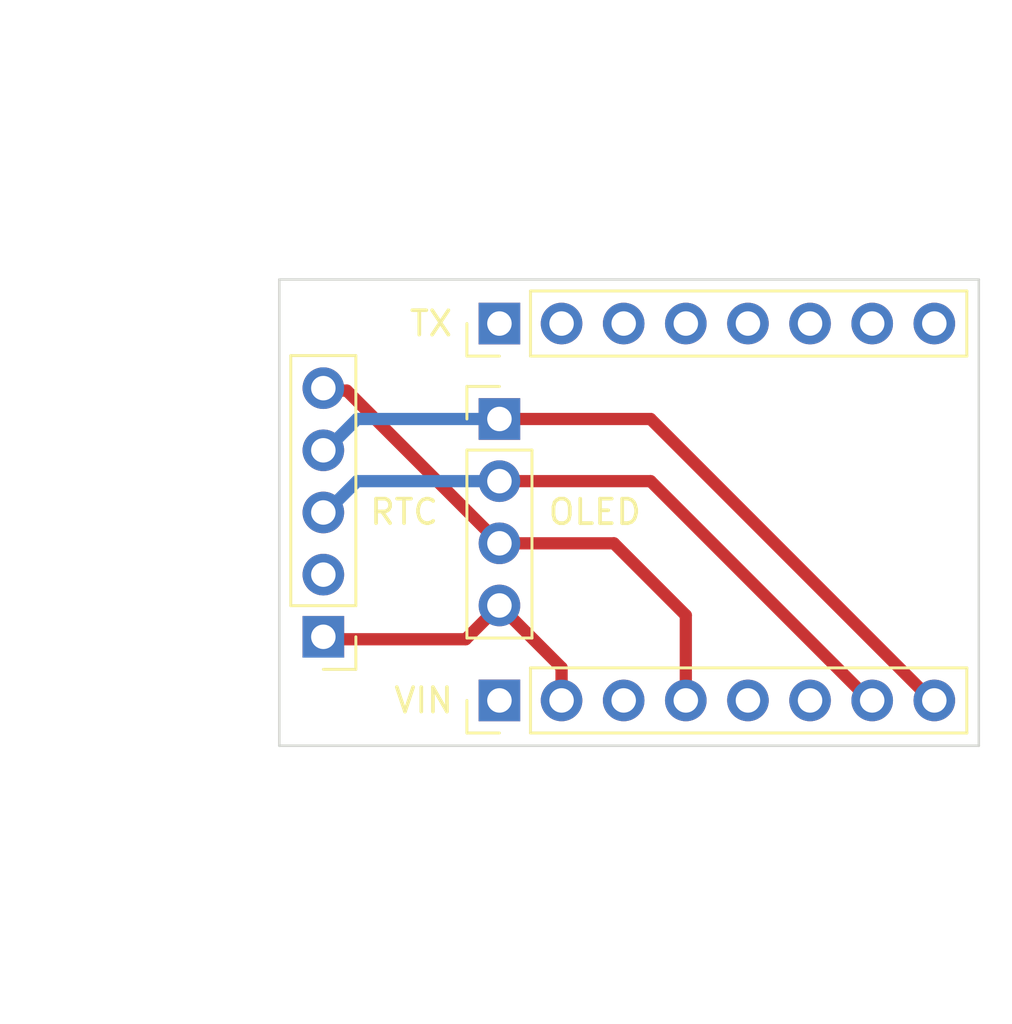
<source format=kicad_pcb>
(kicad_pcb (version 20171130) (host pcbnew "(5.1.7-0-10_14)")

  (general
    (thickness 1.6)
    (drawings 4)
    (tracks 17)
    (zones 0)
    (modules 4)
    (nets 1)
  )

  (page A4)
  (layers
    (0 F.Cu signal)
    (31 B.Cu signal)
    (32 B.Adhes user)
    (33 F.Adhes user)
    (34 B.Paste user)
    (35 F.Paste user)
    (36 B.SilkS user)
    (37 F.SilkS user)
    (38 B.Mask user)
    (39 F.Mask user)
    (40 Dwgs.User user)
    (41 Cmts.User user)
    (42 Eco1.User user)
    (43 Eco2.User user)
    (44 Edge.Cuts user)
    (45 Margin user)
    (46 B.CrtYd user)
    (47 F.CrtYd user)
    (48 B.Fab user)
    (49 F.Fab user)
  )

  (setup
    (last_trace_width 0.25)
    (user_trace_width 0.5)
    (trace_clearance 0.2)
    (zone_clearance 0.508)
    (zone_45_only no)
    (trace_min 0.2)
    (via_size 0.8)
    (via_drill 0.4)
    (via_min_size 0.4)
    (via_min_drill 0.3)
    (uvia_size 0.3)
    (uvia_drill 0.1)
    (uvias_allowed no)
    (uvia_min_size 0.2)
    (uvia_min_drill 0.1)
    (edge_width 0.05)
    (segment_width 0.2)
    (pcb_text_width 0.3)
    (pcb_text_size 1.5 1.5)
    (mod_edge_width 0.12)
    (mod_text_size 1 1)
    (mod_text_width 0.15)
    (pad_size 1.524 1.524)
    (pad_drill 0.762)
    (pad_to_mask_clearance 0)
    (aux_axis_origin 0 0)
    (visible_elements FFFFFF7F)
    (pcbplotparams
      (layerselection 0x010fc_ffffffff)
      (usegerberextensions true)
      (usegerberattributes true)
      (usegerberadvancedattributes true)
      (creategerberjobfile false)
      (excludeedgelayer true)
      (linewidth 0.100000)
      (plotframeref false)
      (viasonmask false)
      (mode 1)
      (useauxorigin false)
      (hpglpennumber 1)
      (hpglpenspeed 20)
      (hpglpendiameter 15.000000)
      (psnegative false)
      (psa4output false)
      (plotreference true)
      (plotvalue true)
      (plotinvisibletext false)
      (padsonsilk false)
      (subtractmaskfromsilk false)
      (outputformat 1)
      (mirror false)
      (drillshape 0)
      (scaleselection 1)
      (outputdirectory "gerbers/"))
  )

  (net 0 "")

  (net_class Default "This is the default net class."
    (clearance 0.2)
    (trace_width 0.25)
    (via_dia 0.8)
    (via_drill 0.4)
    (uvia_dia 0.3)
    (uvia_drill 0.1)
  )

  (module Connector_PinHeader_2.54mm:PinHeader_1x05_P2.54mm_Vertical (layer F.Cu) (tedit 59FED5CC) (tstamp 623E13AB)
    (at 92.8 76.6 180)
    (descr "Through hole straight pin header, 1x05, 2.54mm pitch, single row")
    (tags "Through hole pin header THT 1x05 2.54mm single row")
    (fp_text reference RTC (at -3.3 5.1) (layer F.SilkS)
      (effects (font (size 1 1) (thickness 0.15)))
    )
    (fp_text value PinHeader_1x05_P2.54mm_Vertical (at 0 12.49) (layer F.Fab)
      (effects (font (size 1 1) (thickness 0.15)))
    )
    (fp_line (start 1.8 -1.8) (end -1.8 -1.8) (layer F.CrtYd) (width 0.05))
    (fp_line (start 1.8 11.95) (end 1.8 -1.8) (layer F.CrtYd) (width 0.05))
    (fp_line (start -1.8 11.95) (end 1.8 11.95) (layer F.CrtYd) (width 0.05))
    (fp_line (start -1.8 -1.8) (end -1.8 11.95) (layer F.CrtYd) (width 0.05))
    (fp_line (start -1.33 -1.33) (end 0 -1.33) (layer F.SilkS) (width 0.12))
    (fp_line (start -1.33 0) (end -1.33 -1.33) (layer F.SilkS) (width 0.12))
    (fp_line (start -1.33 1.27) (end 1.33 1.27) (layer F.SilkS) (width 0.12))
    (fp_line (start 1.33 1.27) (end 1.33 11.49) (layer F.SilkS) (width 0.12))
    (fp_line (start -1.33 1.27) (end -1.33 11.49) (layer F.SilkS) (width 0.12))
    (fp_line (start -1.33 11.49) (end 1.33 11.49) (layer F.SilkS) (width 0.12))
    (fp_line (start -1.27 -0.635) (end -0.635 -1.27) (layer F.Fab) (width 0.1))
    (fp_line (start -1.27 11.43) (end -1.27 -0.635) (layer F.Fab) (width 0.1))
    (fp_line (start 1.27 11.43) (end -1.27 11.43) (layer F.Fab) (width 0.1))
    (fp_line (start 1.27 -1.27) (end 1.27 11.43) (layer F.Fab) (width 0.1))
    (fp_line (start -0.635 -1.27) (end 1.27 -1.27) (layer F.Fab) (width 0.1))
    (fp_text user %R (at 0 5.08 90) (layer F.Fab)
      (effects (font (size 1 1) (thickness 0.15)))
    )
    (pad 5 thru_hole oval (at 0 10.16 180) (size 1.7 1.7) (drill 1) (layers *.Cu *.Mask))
    (pad 4 thru_hole oval (at 0 7.62 180) (size 1.7 1.7) (drill 1) (layers *.Cu *.Mask))
    (pad 3 thru_hole oval (at 0 5.08 180) (size 1.7 1.7) (drill 1) (layers *.Cu *.Mask))
    (pad 2 thru_hole oval (at 0 2.54 180) (size 1.7 1.7) (drill 1) (layers *.Cu *.Mask))
    (pad 1 thru_hole rect (at 0 0 180) (size 1.7 1.7) (drill 1) (layers *.Cu *.Mask))
    (model ${KISYS3DMOD}/Connector_PinHeader_2.54mm.3dshapes/PinHeader_1x05_P2.54mm_Vertical.wrl
      (at (xyz 0 0 0))
      (scale (xyz 1 1 1))
      (rotate (xyz 0 0 0))
    )
  )

  (module Connector_PinHeader_2.54mm:PinHeader_1x08_P2.54mm_Vertical (layer F.Cu) (tedit 59FED5CC) (tstamp 623E1157)
    (at 100 79.2 90)
    (descr "Through hole straight pin header, 1x08, 2.54mm pitch, single row")
    (tags "Through hole pin header THT 1x08 2.54mm single row")
    (fp_text reference VIN (at 0 -3.1 180) (layer F.SilkS)
      (effects (font (size 1 1) (thickness 0.15)))
    )
    (fp_text value PinHeader_1x08_P2.54mm_Vertical (at 0 20.11 90) (layer F.Fab)
      (effects (font (size 1 1) (thickness 0.15)))
    )
    (fp_line (start 1.8 -1.8) (end -1.8 -1.8) (layer F.CrtYd) (width 0.05))
    (fp_line (start 1.8 19.55) (end 1.8 -1.8) (layer F.CrtYd) (width 0.05))
    (fp_line (start -1.8 19.55) (end 1.8 19.55) (layer F.CrtYd) (width 0.05))
    (fp_line (start -1.8 -1.8) (end -1.8 19.55) (layer F.CrtYd) (width 0.05))
    (fp_line (start -1.33 -1.33) (end 0 -1.33) (layer F.SilkS) (width 0.12))
    (fp_line (start -1.33 0) (end -1.33 -1.33) (layer F.SilkS) (width 0.12))
    (fp_line (start -1.33 1.27) (end 1.33 1.27) (layer F.SilkS) (width 0.12))
    (fp_line (start 1.33 1.27) (end 1.33 19.11) (layer F.SilkS) (width 0.12))
    (fp_line (start -1.33 1.27) (end -1.33 19.11) (layer F.SilkS) (width 0.12))
    (fp_line (start -1.33 19.11) (end 1.33 19.11) (layer F.SilkS) (width 0.12))
    (fp_line (start -1.27 -0.635) (end -0.635 -1.27) (layer F.Fab) (width 0.1))
    (fp_line (start -1.27 19.05) (end -1.27 -0.635) (layer F.Fab) (width 0.1))
    (fp_line (start 1.27 19.05) (end -1.27 19.05) (layer F.Fab) (width 0.1))
    (fp_line (start 1.27 -1.27) (end 1.27 19.05) (layer F.Fab) (width 0.1))
    (fp_line (start -0.635 -1.27) (end 1.27 -1.27) (layer F.Fab) (width 0.1))
    (fp_text user %R (at 0 8.89) (layer F.Fab)
      (effects (font (size 1 1) (thickness 0.15)))
    )
    (pad 8 thru_hole oval (at 0 17.78 90) (size 1.7 1.7) (drill 1) (layers *.Cu *.Mask))
    (pad 7 thru_hole oval (at 0 15.24 90) (size 1.7 1.7) (drill 1) (layers *.Cu *.Mask))
    (pad 6 thru_hole oval (at 0 12.7 90) (size 1.7 1.7) (drill 1) (layers *.Cu *.Mask))
    (pad 5 thru_hole oval (at 0 10.16 90) (size 1.7 1.7) (drill 1) (layers *.Cu *.Mask))
    (pad 4 thru_hole oval (at 0 7.62 90) (size 1.7 1.7) (drill 1) (layers *.Cu *.Mask))
    (pad 3 thru_hole oval (at 0 5.08 90) (size 1.7 1.7) (drill 1) (layers *.Cu *.Mask))
    (pad 2 thru_hole oval (at 0 2.54 90) (size 1.7 1.7) (drill 1) (layers *.Cu *.Mask))
    (pad 1 thru_hole rect (at 0 0 90) (size 1.7 1.7) (drill 1) (layers *.Cu *.Mask))
    (model ${KISYS3DMOD}/Connector_PinHeader_2.54mm.3dshapes/PinHeader_1x08_P2.54mm_Vertical.wrl
      (at (xyz 0 0 0))
      (scale (xyz 1 1 1))
      (rotate (xyz 0 0 0))
    )
  )

  (module Connector_PinHeader_2.54mm:PinHeader_1x08_P2.54mm_Vertical (layer F.Cu) (tedit 59FED5CC) (tstamp 61E7ADD5)
    (at 100 63.8 90)
    (descr "Through hole straight pin header, 1x08, 2.54mm pitch, single row")
    (tags "Through hole pin header THT 1x08 2.54mm single row")
    (fp_text reference TX (at 0 -2.8 180) (layer F.SilkS)
      (effects (font (size 1 1) (thickness 0.15)))
    )
    (fp_text value PinHeader_1x08_P2.54mm_Vertical (at 0 20.11 90) (layer F.Fab)
      (effects (font (size 1 1) (thickness 0.15)))
    )
    (fp_line (start 1.8 -1.8) (end -1.8 -1.8) (layer F.CrtYd) (width 0.05))
    (fp_line (start 1.8 19.55) (end 1.8 -1.8) (layer F.CrtYd) (width 0.05))
    (fp_line (start -1.8 19.55) (end 1.8 19.55) (layer F.CrtYd) (width 0.05))
    (fp_line (start -1.8 -1.8) (end -1.8 19.55) (layer F.CrtYd) (width 0.05))
    (fp_line (start -1.33 -1.33) (end 0 -1.33) (layer F.SilkS) (width 0.12))
    (fp_line (start -1.33 0) (end -1.33 -1.33) (layer F.SilkS) (width 0.12))
    (fp_line (start -1.33 1.27) (end 1.33 1.27) (layer F.SilkS) (width 0.12))
    (fp_line (start 1.33 1.27) (end 1.33 19.11) (layer F.SilkS) (width 0.12))
    (fp_line (start -1.33 1.27) (end -1.33 19.11) (layer F.SilkS) (width 0.12))
    (fp_line (start -1.33 19.11) (end 1.33 19.11) (layer F.SilkS) (width 0.12))
    (fp_line (start -1.27 -0.635) (end -0.635 -1.27) (layer F.Fab) (width 0.1))
    (fp_line (start -1.27 19.05) (end -1.27 -0.635) (layer F.Fab) (width 0.1))
    (fp_line (start 1.27 19.05) (end -1.27 19.05) (layer F.Fab) (width 0.1))
    (fp_line (start 1.27 -1.27) (end 1.27 19.05) (layer F.Fab) (width 0.1))
    (fp_line (start -0.635 -1.27) (end 1.27 -1.27) (layer F.Fab) (width 0.1))
    (fp_text user %R (at 0 8.89) (layer F.Fab)
      (effects (font (size 1 1) (thickness 0.15)))
    )
    (pad 8 thru_hole oval (at 0 17.78 90) (size 1.7 1.7) (drill 1) (layers *.Cu *.Mask))
    (pad 7 thru_hole oval (at 0 15.24 90) (size 1.7 1.7) (drill 1) (layers *.Cu *.Mask))
    (pad 6 thru_hole oval (at 0 12.7 90) (size 1.7 1.7) (drill 1) (layers *.Cu *.Mask))
    (pad 5 thru_hole oval (at 0 10.16 90) (size 1.7 1.7) (drill 1) (layers *.Cu *.Mask))
    (pad 4 thru_hole oval (at 0 7.62 90) (size 1.7 1.7) (drill 1) (layers *.Cu *.Mask))
    (pad 3 thru_hole oval (at 0 5.08 90) (size 1.7 1.7) (drill 1) (layers *.Cu *.Mask))
    (pad 2 thru_hole oval (at 0 2.54 90) (size 1.7 1.7) (drill 1) (layers *.Cu *.Mask))
    (pad 1 thru_hole rect (at 0 0 90) (size 1.7 1.7) (drill 1) (layers *.Cu *.Mask))
    (model ${KISYS3DMOD}/Connector_PinHeader_2.54mm.3dshapes/PinHeader_1x08_P2.54mm_Vertical.wrl
      (at (xyz 0 0 0))
      (scale (xyz 1 1 1))
      (rotate (xyz 0 0 0))
    )
  )

  (module Connector_PinHeader_2.54mm:PinHeader_1x04_P2.54mm_Vertical (layer F.Cu) (tedit 59FED5CC) (tstamp 623E13F2)
    (at 100 67.7)
    (descr "Through hole straight pin header, 1x04, 2.54mm pitch, single row")
    (tags "Through hole pin header THT 1x04 2.54mm single row")
    (fp_text reference OLED (at 3.9 3.8 180) (layer F.SilkS)
      (effects (font (size 1 1) (thickness 0.15)))
    )
    (fp_text value PinHeader_1x04_P2.54mm_Vertical (at 0 9.95) (layer F.Fab)
      (effects (font (size 1 1) (thickness 0.15)))
    )
    (fp_line (start -0.635 -1.27) (end 1.27 -1.27) (layer F.Fab) (width 0.1))
    (fp_line (start 1.27 -1.27) (end 1.27 8.89) (layer F.Fab) (width 0.1))
    (fp_line (start 1.27 8.89) (end -1.27 8.89) (layer F.Fab) (width 0.1))
    (fp_line (start -1.27 8.89) (end -1.27 -0.635) (layer F.Fab) (width 0.1))
    (fp_line (start -1.27 -0.635) (end -0.635 -1.27) (layer F.Fab) (width 0.1))
    (fp_line (start -1.33 8.95) (end 1.33 8.95) (layer F.SilkS) (width 0.12))
    (fp_line (start -1.33 1.27) (end -1.33 8.95) (layer F.SilkS) (width 0.12))
    (fp_line (start 1.33 1.27) (end 1.33 8.95) (layer F.SilkS) (width 0.12))
    (fp_line (start -1.33 1.27) (end 1.33 1.27) (layer F.SilkS) (width 0.12))
    (fp_line (start -1.33 0) (end -1.33 -1.33) (layer F.SilkS) (width 0.12))
    (fp_line (start -1.33 -1.33) (end 0 -1.33) (layer F.SilkS) (width 0.12))
    (fp_line (start -1.8 -1.8) (end -1.8 9.4) (layer F.CrtYd) (width 0.05))
    (fp_line (start -1.8 9.4) (end 1.8 9.4) (layer F.CrtYd) (width 0.05))
    (fp_line (start 1.8 9.4) (end 1.8 -1.8) (layer F.CrtYd) (width 0.05))
    (fp_line (start 1.8 -1.8) (end -1.8 -1.8) (layer F.CrtYd) (width 0.05))
    (fp_text user %R (at 0 3.81 90) (layer F.Fab)
      (effects (font (size 1 1) (thickness 0.15)))
    )
    (pad 1 thru_hole rect (at 0 0) (size 1.7 1.7) (drill 1) (layers *.Cu *.Mask))
    (pad 2 thru_hole oval (at 0 2.54) (size 1.7 1.7) (drill 1) (layers *.Cu *.Mask))
    (pad 3 thru_hole oval (at 0 5.08) (size 1.7 1.7) (drill 1) (layers *.Cu *.Mask))
    (pad 4 thru_hole oval (at 0 7.62) (size 1.7 1.7) (drill 1) (layers *.Cu *.Mask))
    (model ${KISYS3DMOD}/Connector_PinHeader_2.54mm.3dshapes/PinHeader_1x04_P2.54mm_Vertical.wrl
      (at (xyz 0 0 0))
      (scale (xyz 1 1 1))
      (rotate (xyz 0 0 0))
    )
  )

  (gr_line (start 91 81.05) (end 91 62) (layer Edge.Cuts) (width 0.1))
  (gr_line (start 119.6 81.05) (end 91 81.05) (layer Edge.Cuts) (width 0.1) (tstamp 623E10AD))
  (gr_line (start 119.6 62) (end 119.6 81.05) (layer Edge.Cuts) (width 0.1) (tstamp 61E7B41D))
  (gr_line (start 91 62) (end 119.6 62) (layer Edge.Cuts) (width 0.1) (tstamp 61E7B4E2))

  (segment (start 98.62 76.7) (end 100 75.32) (width 0.5) (layer F.Cu) (net 0) (tstamp 623E1427))
  (segment (start 92.8 76.7) (end 98.62 76.7) (width 0.5) (layer F.Cu) (net 0) (tstamp 623E1424))
  (segment (start 106.18 67.7) (end 117.88 79.4) (width 0.5) (layer F.Cu) (net 0) (tstamp 623E1421))
  (segment (start 100 67.7) (end 106.18 67.7) (width 0.5) (layer F.Cu) (net 0) (tstamp 623E142A))
  (segment (start 106.18 70.24) (end 115.34 79.4) (width 0.5) (layer F.Cu) (net 0) (tstamp 623E142D))
  (segment (start 100 70.24) (end 106.18 70.24) (width 0.5) (layer F.Cu) (net 0) (tstamp 623E143F))
  (segment (start 94.18 70.24) (end 92.8 71.62) (width 0.5) (layer B.Cu) (net 0) (tstamp 623E1442))
  (segment (start 100 70.24) (end 94.18 70.24) (width 0.5) (layer B.Cu) (net 0) (tstamp 623E1445))
  (segment (start 100 72.78) (end 104.68 72.78) (width 0.5) (layer F.Cu) (net 0) (tstamp 623E1448))
  (segment (start 107.62 75.72) (end 107.62 79.4) (width 0.5) (layer F.Cu) (net 0) (tstamp 623E144B))
  (segment (start 104.68 72.78) (end 107.62 75.72) (width 0.5) (layer F.Cu) (net 0) (tstamp 623E144E))
  (segment (start 102.54 77.86) (end 100 75.32) (width 0.5) (layer F.Cu) (net 0) (tstamp 623E1430))
  (segment (start 102.54 79.4) (end 102.54 77.86) (width 0.5) (layer F.Cu) (net 0) (tstamp 623E1451))
  (segment (start 94.18 67.7) (end 92.8 69.08) (width 0.5) (layer B.Cu) (net 0) (tstamp 623E1433))
  (segment (start 100 67.7) (end 94.18 67.7) (width 0.5) (layer B.Cu) (net 0) (tstamp 623E1436))
  (segment (start 93.76 66.54) (end 92.8 66.54) (width 0.5) (layer F.Cu) (net 0) (tstamp 623E1439))
  (segment (start 100 72.78) (end 93.76 66.54) (width 0.5) (layer F.Cu) (net 0) (tstamp 623E143C))

)

</source>
